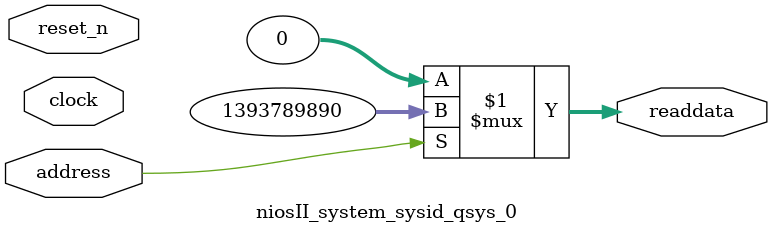
<source format=v>

`timescale 1ns / 1ps
// synthesis translate_on

// turn off superfluous verilog processor warnings 
// altera message_level Level1 
// altera message_off 10034 10035 10036 10037 10230 10240 10030 

module niosII_system_sysid_qsys_0 (
               // inputs:
                address,
                clock,
                reset_n,

               // outputs:
                readdata
             )
;

  output  [ 31: 0] readdata;
  input            address;
  input            clock;
  input            reset_n;

  wire    [ 31: 0] readdata;
  //control_slave, which is an e_avalon_slave
  assign readdata = address ? 1393789890 : 0;

endmodule




</source>
